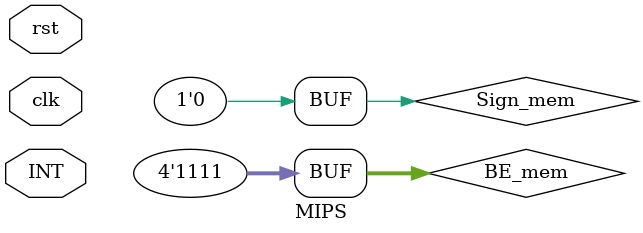
<source format=v>
module MIPS(
  input clk,
  input rst,
  input INT
  );
  wire        MemWrite_mem, Sign_mem;
  wire [3:0]  BE_mem;
  wire [31:0] PC_Addr, Instr_if, MD_mem, ALUOut_mem, rt_mem;  
  assign BE_mem = 4'b1111;
  assign Sign_mem = 1'b0;
  PCPU PCPU(.clk(clk), .reset(rst), .MIO_ready(), .inst_in(Instr_if), .Data_in(MD_mem), .INT(INT), .mem_w(MemWrite_mem), 
    .PC_out(PC_Addr), .Addr_out(ALUOut_mem), .Data_out(rt_mem), .CPU_MIO());       
  IM my_IM(PC_Addr, Instr_if);
  DM my_DM(clk, rst, ALUOut_mem, rt_mem, MemWrite_mem, BE_mem, Sign_mem, MD_mem);
  
endmodule

</source>
